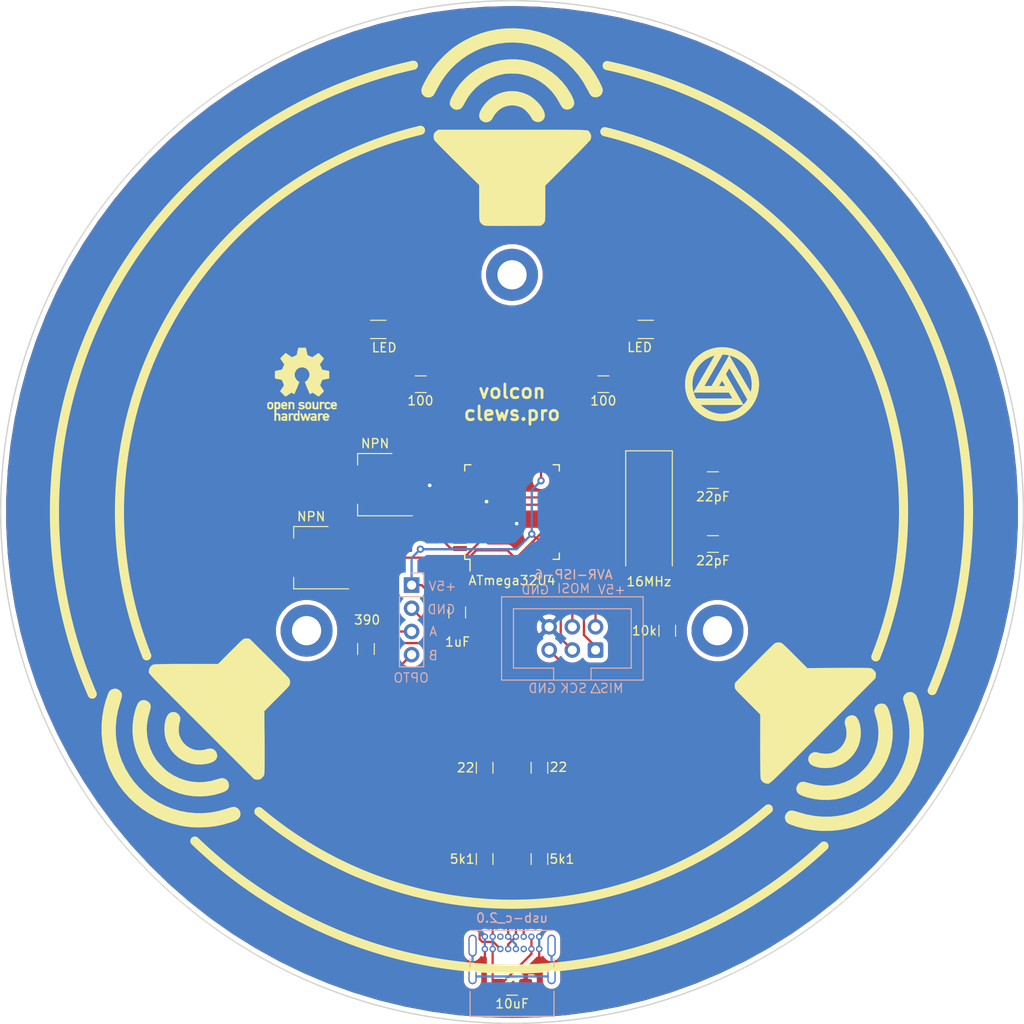
<source format=kicad_pcb>
(kicad_pcb (version 20171130) (host pcbnew 5.1.6+dfsg1-1)
  (layers (0 F.Cu signal) (31 B.Cu signal) (34 B.Paste user) (35 F.Paste user) (36 B.SilkS user) (37 F.SilkS user) (38 B.Mask user) (39 F.Mask user) (44 Edge.Cuts user))
  (net 0 "")
  (net 1 GND)
  (net 2 "Net-(C1-Pad1)")
  (net 3 "Net-(C2-Pad1)")
  (net 4 "Net-(C3-Pad1)")
  (net 5 +5V)
  (net 6 "Net-(D1-Pad2)")
  (net 7 A)
  (net 8 B)
  (net 9 "Net-(D2-Pad2)")
  (net 10 "Net-(J1-PadA5)")
  (net 11 "Net-(J1-PadA6)")
  (net 12 "Net-(J1-PadA7)")
  (net 13 "Net-(J1-PadA8)")
  (net 14 "Net-(J1-PadB8)")
  (net 15 "Net-(J1-PadB5)")
  (net 16 "Net-(J1-PadS1)")
  (net 17 MISO)
  (net 18 SCK)
  (net 19 !RESET)
  (net 20 MOSI)
  (net 21 "Net-(J3-Pad2)")
  (net 22 "Net-(J3-Pad3)")
  (net 23 "Net-(J3-Pad4)")
  (net 24 D-)
  (net 25 D+)
  (net 26 "Net-(U1-Pad1)")
  (net 27 "Net-(U1-Pad8)")
  (net 28 "Net-(U1-Pad12)")
  (net 29 "Net-(U1-Pad20)")
  (net 30 "Net-(U1-Pad21)")
  (net 31 "Net-(U1-Pad22)")
  (net 32 "Net-(U1-Pad25)")
  (net 33 "Net-(U1-Pad26)")
  (net 34 "Net-(U1-Pad27)")
  (net 35 "Net-(U1-Pad28)")
  (net 36 "Net-(U1-Pad29)")
  (net 37 "Net-(U1-Pad30)")
  (net 38 "Net-(U1-Pad31)")
  (net 39 "Net-(U1-Pad32)")
  (net 40 "Net-(U1-Pad33)")
  (net 41 "Net-(U1-Pad36)")
  (net 42 "Net-(U1-Pad37)")
  (net 43 "Net-(U1-Pad38)")
  (net 44 "Net-(U1-Pad39)")
  (net 45 "Net-(U1-Pad40)")
  (net 46 "Net-(U1-Pad41)")
  (net 47 "Net-(U1-Pad42)")
  (module volcon:volume (layer F.Cu) (at 0 -42.164 90)
    (fp_text reference G*** hide)
    (fp_text value LOGO hide)
  )
  (module volcon:volume (layer F.Cu) (at 34.29 24.13 315)
    (fp_text reference G*** hide)
    (fp_text value LOGO hide)
  )
  (module volcon:volume (layer F.Cu) (at -34.163 23.749 225)
    (fp_text reference G*** hide)
    (fp_text value LOGO hide)
  )
  (module volcon:osha_logo_8mm (layer F.Cu) (at -23 -14)
    (fp_text reference G*** hide)
    (fp_text value LOGO hide)
  )
  (module volcon:clewsy_logo_8mm (layer F.Cu) (at 23 -14)
    (fp_text reference G*** hide)
    (fp_text value LOGO hide)
  )
  (module MountingHole:MountingHole_3.2mm_M3_ISO7380_Pad (layer F.Cu) (at 22.5 12.99)
    (fp_text reference REF** hide)
    (fp_text value MountingHole_3.2mm_M3_ISO7380_Pad hide)
    (pad 1 thru_hole circle (at 0 0) (size 5.7 5.7) (drill 3.2) (layers *.Cu *.Mask))
  )
  (module MountingHole:MountingHole_3.2mm_M3_ISO7380_Pad (layer F.Cu) (at -22.5 12.99)
    (fp_text reference REF** hide)
    (fp_text value MountingHole_3.2mm_M3_ISO7380_Pad hide)
    (pad 1 thru_hole circle (at 0 0) (size 5.7 5.7) (drill 3.2) (layers *.Cu *.Mask))
  )
  (module MountingHole:MountingHole_3.2mm_M3_ISO7380_Pad (layer F.Cu) (at 0 -25.98)
    (fp_text reference REF** hide)
    (fp_text value MountingHole_3.2mm_M3_ISO7380_Pad hide)
    (pad 1 thru_hole circle (at 0 0) (size 5.7 5.7) (drill 3.2) (layers *.Cu *.Mask))
  )
  (module Capacitor_SMD:C_1206_3216Metric_Pad1.42x1.75mm_HandSolder (layer F.Cu) (at 22 -3.5)
    (fp_text reference C1 hide)
    (fp_text value 22pF (at 0 1.82) (layer F.SilkS))
    (pad 2 smd roundrect (at 1.4875 0) (size 1.425 1.75) (layers F.Cu F.Paste F.Mask) (roundrect_rratio 0.175439) (net 1 GND))
    (pad 1 smd roundrect (at -1.4875 0) (size 1.425 1.75) (layers F.Cu F.Paste F.Mask) (roundrect_rratio 0.175439) (net 2 "Net-(C1-Pad1)"))
  )
  (module Capacitor_SMD:C_1206_3216Metric_Pad1.42x1.75mm_HandSolder (layer F.Cu) (at 22 3.5)
    (fp_text reference C2 hide)
    (fp_text value 22pF (at 0 1.82) (layer F.SilkS))
    (pad 1 smd roundrect (at -1.4875 0) (size 1.425 1.75) (layers F.Cu F.Paste F.Mask) (roundrect_rratio 0.175439) (net 3 "Net-(C2-Pad1)"))
    (pad 2 smd roundrect (at 1.4875 0) (size 1.425 1.75) (layers F.Cu F.Paste F.Mask) (roundrect_rratio 0.175439) (net 1 GND))
  )
  (module Capacitor_SMD:C_1206_3216Metric_Pad1.42x1.75mm_HandSolder (layer F.Cu) (at -6 11 270)
    (fp_text reference C3 hide)
    (fp_text value 1uF (at 3.224 -0.031 180) (layer F.SilkS))
    (pad 2 smd roundrect (at 1.4875 0 270) (size 1.425 1.75) (layers F.Cu F.Paste F.Mask) (roundrect_rratio 0.175439) (net 1 GND))
    (pad 1 smd roundrect (at -1.4875 0 270) (size 1.425 1.75) (layers F.Cu F.Paste F.Mask) (roundrect_rratio 0.175439) (net 4 "Net-(C3-Pad1)"))
  )
  (module Capacitor_SMD:C_1206_3216Metric_Pad1.42x1.75mm_HandSolder (layer F.Cu) (at 0 52 180)
    (fp_text reference C4 hide)
    (fp_text value 10uF (at 0 -1.848) (layer F.SilkS))
    (pad 1 smd roundrect (at -1.4875 0 180) (size 1.425 1.75) (layers F.Cu F.Paste F.Mask) (roundrect_rratio 0.175439) (net 1 GND))
    (pad 2 smd roundrect (at 1.4875 0 180) (size 1.425 1.75) (layers F.Cu F.Paste F.Mask) (roundrect_rratio 0.175439) (net 5 +5V))
  )
  (module LED_SMD:LED_Cree-XQ_HandSoldering (layer F.Cu) (at 14 -20 180)
    (fp_text reference D1 hide)
    (fp_text value LED (at 0.03 -1.966) (layer F.SilkS))
    (pad 2 smd rect (at 0.88 0 180) (size 1.25 1.6) (layers F.Cu F.Paste F.Mask) (net 6 "Net-(D1-Pad2)"))
    (pad 1 smd rect (at -0.88 0 180) (size 1.25 1.6) (layers F.Cu F.Paste F.Mask) (net 7 A))
  )
  (module LED_SMD:LED_Cree-XQ_HandSoldering (layer F.Cu) (at -14 -20)
    (fp_text reference D2 hide)
    (fp_text value LED (at 0 2) (layer F.SilkS))
    (pad 1 smd rect (at -0.88 0) (size 1.25 1.6) (layers F.Cu F.Paste F.Mask) (net 8 B))
    (pad 2 smd rect (at 0.88 0) (size 1.25 1.6) (layers F.Cu F.Paste F.Mask) (net 9 "Net-(D2-Pad2)"))
  )
  (module Connector_USB:USB_C_Receptacle_GCT_USB4085 (layer B.Cu) (at 2.975 46.5 180)
    (fp_text reference J1 hide)
    (fp_text value usb-c_2.0 (at 2.975 2.05) (layer B.SilkS) (effects (justify mirror)))
    (pad A1 thru_hole circle (at 0 0 180) (size 0.7 0.7) (drill 0.4) (layers *.Cu *.Mask) (net 1 GND))
    (pad A4 thru_hole circle (at 0.85 0 180) (size 0.7 0.7) (drill 0.4) (layers *.Cu *.Mask) (net 5 +5V))
    (pad A5 thru_hole circle (at 1.7 0 180) (size 0.7 0.7) (drill 0.4) (layers *.Cu *.Mask) (net 10 "Net-(J1-PadA5)"))
    (pad A6 thru_hole circle (at 2.55 0 180) (size 0.7 0.7) (drill 0.4) (layers *.Cu *.Mask) (net 11 "Net-(J1-PadA6)"))
    (pad A7 thru_hole circle (at 3.4 0 180) (size 0.7 0.7) (drill 0.4) (layers *.Cu *.Mask) (net 12 "Net-(J1-PadA7)"))
    (pad A8 thru_hole circle (at 4.25 0 180) (size 0.7 0.7) (drill 0.4) (layers *.Cu *.Mask) (net 13 "Net-(J1-PadA8)"))
    (pad A9 thru_hole circle (at 5.1 0 180) (size 0.7 0.7) (drill 0.4) (layers *.Cu *.Mask) (net 5 +5V))
    (pad A12 thru_hole circle (at 5.95 0 180) (size 0.7 0.7) (drill 0.4) (layers *.Cu *.Mask) (net 1 GND))
    (pad B9 thru_hole circle (at 0.85 -1.35 180) (size 0.7 0.7) (drill 0.4) (layers *.Cu *.Mask) (net 5 +5V))
    (pad B7 thru_hole circle (at 2.55 -1.35 180) (size 0.7 0.7) (drill 0.4) (layers *.Cu *.Mask) (net 12 "Net-(J1-PadA7)"))
    (pad B8 thru_hole circle (at 1.7 -1.35 180) (size 0.7 0.7) (drill 0.4) (layers *.Cu *.Mask) (net 14 "Net-(J1-PadB8)"))
    (pad B12 thru_hole circle (at 0 -1.35 180) (size 0.7 0.7) (drill 0.4) (layers *.Cu *.Mask) (net 1 GND))
    (pad B5 thru_hole circle (at 4.25 -1.35 180) (size 0.7 0.7) (drill 0.4) (layers *.Cu *.Mask) (net 15 "Net-(J1-PadB5)"))
    (pad B4 thru_hole circle (at 5.1 -1.35 180) (size 0.7 0.7) (drill 0.4) (layers *.Cu *.Mask) (net 5 +5V))
    (pad B1 thru_hole circle (at 5.95 -1.35 180) (size 0.7 0.7) (drill 0.4) (layers *.Cu *.Mask) (net 1 GND))
    (pad B6 thru_hole circle (at 3.4 -1.35 180) (size 0.7 0.7) (drill 0.4) (layers *.Cu *.Mask) (net 11 "Net-(J1-PadA6)"))
    (pad S1 thru_hole oval (at -1.35 -0.98 180) (size 0.9 2.4) (drill oval 0.6 2.1) (layers *.Cu *.Mask) (net 16 "Net-(J1-PadS1)"))
    (pad S1 thru_hole oval (at 7.3 -0.98 180) (size 0.9 2.4) (drill oval 0.6 2.1) (layers *.Cu *.Mask) (net 16 "Net-(J1-PadS1)"))
    (pad S1 thru_hole oval (at -1.35 -4.36 180) (size 0.9 1.7) (drill oval 0.6 1.4) (layers *.Cu *.Mask) (net 16 "Net-(J1-PadS1)"))
    (pad S1 thru_hole oval (at 7.3 -4.36 180) (size 0.9 1.7) (drill oval 0.6 1.4) (layers *.Cu *.Mask) (net 16 "Net-(J1-PadS1)"))
  )
  (module Connector_IDC:IDC-Header_2x03_P2.54mm_Vertical (layer B.Cu) (at 9.144 15.113 90)
    (fp_text reference J2 hide)
    (fp_text value AVR-ISP-6 (at 8.255 -2.413 180) (layer B.SilkS) (effects (justify mirror)))
    (pad 1 thru_hole roundrect (at 0 0 90) (size 1.7 1.7) (drill 1) (layers *.Cu *.Mask) (roundrect_rratio 0.147059) (net 17 MISO))
    (pad 3 thru_hole circle (at 0 -2.54 90) (size 1.7 1.7) (drill 1) (layers *.Cu *.Mask) (net 18 SCK))
    (pad 5 thru_hole circle (at 0 -5.08 90) (size 1.7 1.7) (drill 1) (layers *.Cu *.Mask) (net 19 !RESET))
    (pad 2 thru_hole circle (at 2.54 0 90) (size 1.7 1.7) (drill 1) (layers *.Cu *.Mask) (net 5 +5V))
    (pad 4 thru_hole circle (at 2.54 -2.54 90) (size 1.7 1.7) (drill 1) (layers *.Cu *.Mask) (net 20 MOSI))
    (pad 6 thru_hole circle (at 2.54 -5.08 90) (size 1.7 1.7) (drill 1) (layers *.Cu *.Mask) (net 1 GND))
  )
  (module Connector_PinHeader_2.54mm:PinHeader_1x04_P2.54mm_Vertical (layer B.Cu) (at -11 8 180)
    (fp_text reference J3 hide)
    (fp_text value 4-Pin hide)
    (pad 1 thru_hole rect (at 0 0 180) (size 1.7 1.7) (drill 1) (layers *.Cu *.Mask) (net 5 +5V))
    (pad 2 thru_hole oval (at 0 -2.54 180) (size 1.7 1.7) (drill 1) (layers *.Cu *.Mask) (net 21 "Net-(J3-Pad2)"))
    (pad 3 thru_hole oval (at 0 -5.08 180) (size 1.7 1.7) (drill 1) (layers *.Cu *.Mask) (net 22 "Net-(J3-Pad3)"))
    (pad 4 thru_hole oval (at 0 -7.62 180) (size 1.7 1.7) (drill 1) (layers *.Cu *.Mask) (net 23 "Net-(J3-Pad4)"))
  )
  (module Package_TO_SOT_SMD:SOT-223-3_TabPin2 (layer F.Cu) (at -22 5 180)
    (fp_text reference Q1 hide)
    (fp_text value NPN (at 0 4.5) (layer F.SilkS))
    (pad 2 smd rect (at 3.15 0 180) (size 2 3.8) (layers F.Cu F.Paste F.Mask) (net 7 A))
    (pad 2 smd rect (at -3.15 0 180) (size 2 1.5) (layers F.Cu F.Paste F.Mask) (net 7 A))
    (pad 3 smd rect (at -3.15 2.3 180) (size 2 1.5) (layers F.Cu F.Paste F.Mask) (net 1 GND))
    (pad 1 smd rect (at -3.15 -2.3 180) (size 2 1.5) (layers F.Cu F.Paste F.Mask) (net 22 "Net-(J3-Pad3)"))
  )
  (module Package_TO_SOT_SMD:SOT-223-3_TabPin2 (layer F.Cu) (at -15 -3 180)
    (fp_text reference Q2 hide)
    (fp_text value NPN (at 0 4.5) (layer F.SilkS))
    (pad 1 smd rect (at -3.15 -2.3 180) (size 2 1.5) (layers F.Cu F.Paste F.Mask) (net 23 "Net-(J3-Pad4)"))
    (pad 3 smd rect (at -3.15 2.3 180) (size 2 1.5) (layers F.Cu F.Paste F.Mask) (net 1 GND))
    (pad 2 smd rect (at -3.15 0 180) (size 2 1.5) (layers F.Cu F.Paste F.Mask) (net 8 B))
    (pad 2 smd rect (at 3.15 0 180) (size 2 3.8) (layers F.Cu F.Paste F.Mask) (net 8 B))
  )
  (module Resistor_SMD:R_1206_3216Metric_Pad1.42x1.75mm_HandSolder (layer F.Cu) (at 17 13 270)
    (fp_text reference R01 hide)
    (fp_text value 10k (at 0 2.506 180) (layer F.SilkS))
    (pad 2 smd roundrect (at 1.4875 0 270) (size 1.425 1.75) (layers F.Cu F.Paste F.Mask) (roundrect_rratio 0.175439) (net 19 !RESET))
    (pad 1 smd roundrect (at -1.4875 0 270) (size 1.425 1.75) (layers F.Cu F.Paste F.Mask) (roundrect_rratio 0.175439) (net 5 +5V))
  )
  (module Resistor_SMD:R_1206_3216Metric_Pad1.42x1.75mm_HandSolder (layer F.Cu) (at 3 38 270)
    (fp_text reference R02 hide)
    (fp_text value 5k1 (at 0 -2.461 180) (layer F.SilkS))
    (pad 1 smd roundrect (at -1.4875 0 270) (size 1.425 1.75) (layers F.Cu F.Paste F.Mask) (roundrect_rratio 0.175439) (net 1 GND))
    (pad 2 smd roundrect (at 1.4875 0 270) (size 1.425 1.75) (layers F.Cu F.Paste F.Mask) (roundrect_rratio 0.175439) (net 10 "Net-(J1-PadA5)"))
  )
  (module Resistor_SMD:R_1206_3216Metric_Pad1.42x1.75mm_HandSolder (layer F.Cu) (at -3 38 270)
    (fp_text reference R03 hide)
    (fp_text value 5k1 (at 0 2.461 180) (layer F.SilkS))
    (pad 2 smd roundrect (at 1.4875 0 270) (size 1.425 1.75) (layers F.Cu F.Paste F.Mask) (roundrect_rratio 0.175439) (net 15 "Net-(J1-PadB5)"))
    (pad 1 smd roundrect (at -1.4875 0 270) (size 1.425 1.75) (layers F.Cu F.Paste F.Mask) (roundrect_rratio 0.175439) (net 1 GND))
  )
  (module Resistor_SMD:R_1206_3216Metric_Pad1.42x1.75mm_HandSolder (layer F.Cu) (at -3 28 270)
    (fp_text reference R04 hide)
    (fp_text value 22 (at 0 2.08 180) (layer F.SilkS))
    (pad 1 smd roundrect (at -1.4875 0 270) (size 1.425 1.75) (layers F.Cu F.Paste F.Mask) (roundrect_rratio 0.175439) (net 24 D-))
    (pad 2 smd roundrect (at 1.4875 0 270) (size 1.425 1.75) (layers F.Cu F.Paste F.Mask) (roundrect_rratio 0.175439) (net 12 "Net-(J1-PadA7)"))
  )
  (module Resistor_SMD:R_1206_3216Metric_Pad1.42x1.75mm_HandSolder (layer F.Cu) (at 3 28 270)
    (fp_text reference R05 hide)
    (fp_text value 22 (at -0.06 -2.08 180) (layer F.SilkS))
    (pad 1 smd roundrect (at -1.4875 0 270) (size 1.425 1.75) (layers F.Cu F.Paste F.Mask) (roundrect_rratio 0.175439) (net 25 D+))
    (pad 2 smd roundrect (at 1.4875 0 270) (size 1.425 1.75) (layers F.Cu F.Paste F.Mask) (roundrect_rratio 0.175439) (net 11 "Net-(J1-PadA6)"))
  )
  (module Resistor_SMD:R_1206_3216Metric_Pad1.42x1.75mm_HandSolder (layer F.Cu) (at -16 15 270)
    (fp_text reference R06 hide)
    (fp_text value 390 (at -3.189 -0.125 180) (layer F.SilkS))
    (pad 2 smd roundrect (at 1.4875 0 270) (size 1.425 1.75) (layers F.Cu F.Paste F.Mask) (roundrect_rratio 0.175439) (net 1 GND))
    (pad 1 smd roundrect (at -1.4875 0 270) (size 1.425 1.75) (layers F.Cu F.Paste F.Mask) (roundrect_rratio 0.175439) (net 21 "Net-(J3-Pad2)"))
  )
  (module Resistor_SMD:R_1206_3216Metric_Pad1.42x1.75mm_HandSolder (layer F.Cu) (at 10 -14)
    (fp_text reference R07 hide)
    (fp_text value 100 (at 0 1.82) (layer F.SilkS))
    (pad 1 smd roundrect (at -1.4875 0) (size 1.425 1.75) (layers F.Cu F.Paste F.Mask) (roundrect_rratio 0.175439) (net 5 +5V))
    (pad 2 smd roundrect (at 1.4875 0) (size 1.425 1.75) (layers F.Cu F.Paste F.Mask) (roundrect_rratio 0.175439) (net 6 "Net-(D1-Pad2)"))
  )
  (module Resistor_SMD:R_1206_3216Metric_Pad1.42x1.75mm_HandSolder (layer F.Cu) (at -10 -14 180)
    (fp_text reference R08 hide)
    (fp_text value 100 (at 0.033 -1.808) (layer F.SilkS))
    (pad 2 smd roundrect (at 1.4875 0 180) (size 1.425 1.75) (layers F.Cu F.Paste F.Mask) (roundrect_rratio 0.175439) (net 9 "Net-(D2-Pad2)"))
    (pad 1 smd roundrect (at -1.4875 0 180) (size 1.425 1.75) (layers F.Cu F.Paste F.Mask) (roundrect_rratio 0.175439) (net 5 +5V))
  )
  (module Package_QFP:TQFP-44_10x10mm_P0.8mm (layer F.Cu) (at 0 0 90)
    (fp_text reference U1 hide)
    (fp_text value ATmega32U4 (at -7.493 0 180) (layer F.SilkS))
    (pad 1 smd rect (at -5.7 -4 90) (size 1.5 0.55) (layers F.Cu F.Paste F.Mask) (net 26 "Net-(U1-Pad1)"))
    (pad 2 smd rect (at -5.7 -3.2 90) (size 1.5 0.55) (layers F.Cu F.Paste F.Mask) (net 5 +5V))
    (pad 3 smd rect (at -5.7 -2.4 90) (size 1.5 0.55) (layers F.Cu F.Paste F.Mask) (net 24 D-))
    (pad 4 smd rect (at -5.7 -1.6 90) (size 1.5 0.55) (layers F.Cu F.Paste F.Mask) (net 25 D+))
    (pad 5 smd rect (at -5.7 -0.8 90) (size 1.5 0.55) (layers F.Cu F.Paste F.Mask) (net 1 GND))
    (pad 6 smd rect (at -5.7 0 90) (size 1.5 0.55) (layers F.Cu F.Paste F.Mask) (net 4 "Net-(C3-Pad1)"))
    (pad 7 smd rect (at -5.7 0.8 90) (size 1.5 0.55) (layers F.Cu F.Paste F.Mask) (net 5 +5V))
    (pad 8 smd rect (at -5.7 1.6 90) (size 1.5 0.55) (layers F.Cu F.Paste F.Mask) (net 27 "Net-(U1-Pad8)"))
    (pad 9 smd rect (at -5.7 2.4 90) (size 1.5 0.55) (layers F.Cu F.Paste F.Mask) (net 18 SCK))
    (pad 10 smd rect (at -5.7 3.2 90) (size 1.5 0.55) (layers F.Cu F.Paste F.Mask) (net 20 MOSI))
    (pad 11 smd rect (at -5.7 4 90) (size 1.5 0.55) (layers F.Cu F.Paste F.Mask) (net 17 MISO))
    (pad 12 smd rect (at -4 5.7 180) (size 1.5 0.55) (layers F.Cu F.Paste F.Mask) (net 28 "Net-(U1-Pad12)"))
    (pad 13 smd rect (at -3.2 5.7 180) (size 1.5 0.55) (layers F.Cu F.Paste F.Mask) (net 19 !RESET))
    (pad 14 smd rect (at -2.4 5.7 180) (size 1.5 0.55) (layers F.Cu F.Paste F.Mask) (net 5 +5V))
    (pad 15 smd rect (at -1.6 5.7 180) (size 1.5 0.55) (layers F.Cu F.Paste F.Mask) (net 1 GND))
    (pad 16 smd rect (at -0.8 5.7 180) (size 1.5 0.55) (layers F.Cu F.Paste F.Mask) (net 3 "Net-(C2-Pad1)"))
    (pad 17 smd rect (at 0 5.7 180) (size 1.5 0.55) (layers F.Cu F.Paste F.Mask) (net 2 "Net-(C1-Pad1)"))
    (pad 18 smd rect (at 0.8 5.7 180) (size 1.5 0.55) (layers F.Cu F.Paste F.Mask) (net 7 A))
    (pad 19 smd rect (at 1.6 5.7 180) (size 1.5 0.55) (layers F.Cu F.Paste F.Mask) (net 8 B))
    (pad 20 smd rect (at 2.4 5.7 180) (size 1.5 0.55) (layers F.Cu F.Paste F.Mask) (net 29 "Net-(U1-Pad20)"))
    (pad 21 smd rect (at 3.2 5.7 180) (size 1.5 0.55) (layers F.Cu F.Paste F.Mask) (net 30 "Net-(U1-Pad21)"))
    (pad 22 smd rect (at 4 5.7 180) (size 1.5 0.55) (layers F.Cu F.Paste F.Mask) (net 31 "Net-(U1-Pad22)"))
    (pad 23 smd rect (at 5.7 4 90) (size 1.5 0.55) (layers F.Cu F.Paste F.Mask) (net 1 GND))
    (pad 24 smd rect (at 5.7 3.2 90) (size 1.5 0.55) (layers F.Cu F.Paste F.Mask) (net 5 +5V))
    (pad 25 smd rect (at 5.7 2.4 90) (size 1.5 0.55) (layers F.Cu F.Paste F.Mask) (net 32 "Net-(U1-Pad25)"))
    (pad 26 smd rect (at 5.7 1.6 90) (size 1.5 0.55) (layers F.Cu F.Paste F.Mask) (net 33 "Net-(U1-Pad26)"))
    (pad 27 smd rect (at 5.7 0.8 90) (size 1.5 0.55) (layers F.Cu F.Paste F.Mask) (net 34 "Net-(U1-Pad27)"))
    (pad 28 smd rect (at 5.7 0 90) (size 1.5 0.55) (layers F.Cu F.Paste F.Mask) (net 35 "Net-(U1-Pad28)"))
    (pad 29 smd rect (at 5.7 -0.8 90) (size 1.5 0.55) (layers F.Cu F.Paste F.Mask) (net 36 "Net-(U1-Pad29)"))
    (pad 30 smd rect (at 5.7 -1.6 90) (size 1.5 0.55) (layers F.Cu F.Paste F.Mask) (net 37 "Net-(U1-Pad30)"))
    (pad 31 smd rect (at 5.7 -2.4 90) (size 1.5 0.55) (layers F.Cu F.Paste F.Mask) (net 38 "Net-(U1-Pad31)"))
    (pad 32 smd rect (at 5.7 -3.2 90) (size 1.5 0.55) (layers F.Cu F.Paste F.Mask) (net 39 "Net-(U1-Pad32)"))
    (pad 33 smd rect (at 5.7 -4 90) (size 1.5 0.55) (layers F.Cu F.Paste F.Mask) (net 40 "Net-(U1-Pad33)"))
    (pad 34 smd rect (at 4 -5.7 180) (size 1.5 0.55) (layers F.Cu F.Paste F.Mask) (net 5 +5V))
    (pad 35 smd rect (at 3.2 -5.7 180) (size 1.5 0.55) (layers F.Cu F.Paste F.Mask) (net 1 GND))
    (pad 36 smd rect (at 2.4 -5.7 180) (size 1.5 0.55) (layers F.Cu F.Paste F.Mask) (net 41 "Net-(U1-Pad36)"))
    (pad 37 smd rect (at 1.6 -5.7 180) (size 1.5 0.55) (layers F.Cu F.Paste F.Mask) (net 42 "Net-(U1-Pad37)"))
    (pad 38 smd rect (at 0.8 -5.7 180) (size 1.5 0.55) (layers F.Cu F.Paste F.Mask) (net 43 "Net-(U1-Pad38)"))
    (pad 39 smd rect (at 0 -5.7 180) (size 1.5 0.55) (layers F.Cu F.Paste F.Mask) (net 44 "Net-(U1-Pad39)"))
    (pad 40 smd rect (at -0.8 -5.7 180) (size 1.5 0.55) (layers F.Cu F.Paste F.Mask) (net 45 "Net-(U1-Pad40)"))
    (pad 41 smd rect (at -1.6 -5.7 180) (size 1.5 0.55) (layers F.Cu F.Paste F.Mask) (net 46 "Net-(U1-Pad41)"))
    (pad 42 smd rect (at -2.4 -5.7 180) (size 1.5 0.55) (layers F.Cu F.Paste F.Mask) (net 47 "Net-(U1-Pad42)"))
    (pad 43 smd rect (at -3.2 -5.7 180) (size 1.5 0.55) (layers F.Cu F.Paste F.Mask) (net 1 GND))
    (pad 44 smd rect (at -4 -5.7 180) (size 1.5 0.55) (layers F.Cu F.Paste F.Mask) (net 5 +5V))
  )
  (module Crystal:Crystal_SMD_HC49-SD (layer F.Cu) (at 15 0 270)
    (fp_text reference Y1 hide)
    (fp_text value 16MHz (at 7.62 0.014 180) (layer F.SilkS))
    (pad 1 smd rect (at -4.25 0 270) (size 4.5 2) (layers F.Cu F.Paste F.Mask) (net 2 "Net-(C1-Pad1)"))
    (pad 2 smd rect (at 4.25 0 270) (size 4.5 2) (layers F.Cu F.Paste F.Mask) (net 3 "Net-(C2-Pad1)"))
  )
  (gr_arc (start 0 0) (end 34.163 36.576) (angle 87) (layer F.SilkS) (width 1))
  (gr_arc (start 0 0) (end -45.974 19.939) (angle 101) (layer F.SilkS) (width 1))
  (gr_arc (start 0 0) (end 10.414 -48.895) (angle 101) (layer F.SilkS) (width 1))
  (gr_arc (start 0 0) (end -40.005 15.748) (angle 98) (layer F.SilkS) (width 1))
  (gr_arc (start 0 0) (end 10.16 -41.656) (angle 98) (layer F.SilkS) (width 1))
  (gr_arc (start 0 0) (end 28.067 32.512) (angle 81) (layer F.SilkS) (width 1))
  (gr_text "volcon\nclews.pro" (at 0 -12) (layer F.SilkS) (effects (font (size 1.5 1.5) (thickness 0.3))))
  (gr_text MIS (at 10.922 19.304) (layer B.SilkS) (effects (font (size 1 1) (thickness 0.125)) (justify mirror)))
  (gr_text SCK (at 6.731 19.304) (layer B.SilkS) (effects (font (size 1 1) (thickness 0.125)) (justify mirror)))
  (gr_text GND (at 3.302 19.304) (layer B.SilkS) (effects (font (size 1 1) (thickness 0.125)) (justify mirror)))
  (gr_text +5V (at 10.922 8.509) (layer B.SilkS) (effects (font (size 1 1) (thickness 0.125)) (justify mirror)))
  (gr_text MOSI (at 6.731 8.382) (layer B.SilkS) (effects (font (size 1 1) (thickness 0.125)) (justify mirror)))
  (gr_text GND (at 2.54 8.509) (layer B.SilkS) (effects (font (size 1 1) (thickness 0.125)) (justify mirror)))
  (gr_text "B\n\n" (at -8.636 16.51) (layer B.SilkS) (effects (font (size 1 1) (thickness 0.125)) (justify mirror)))
  (gr_text A (at -8.636 13.081) (layer B.SilkS) (effects (font (size 1 1) (thickness 0.125)) (justify mirror)))
  (gr_text +5V (at -7.62 8.128) (layer B.SilkS) (effects (font (size 1 1) (thickness 0.125)) (justify mirror)))
  (gr_text GND (at -7.747 10.668) (layer B.SilkS) (effects (font (size 1 1) (thickness 0.125)) (justify mirror)))
  (gr_text OPTO (at -11.049 18.161) (layer B.SilkS) (effects (font (size 1 1) (thickness 0.125)) (justify mirror)))
  (gr_circle (center 0 0) (end 56 0) (layer Edge.Cuts) (width 0.15))
  (segment (start -0.8 7.709) (end 4.064 12.573) (width 0.25) (layer F.Cu) (net 1))
  (segment (start -0.8 5.7) (end -0.8 7.709) (width 0.25) (layer F.Cu) (net 1))
  (segment (start -4.7 3.2) (end -3.556 2.056) (width 0.25) (layer F.Cu) (net 1))
  (segment (start -5.7 3.2) (end -4.7 3.2) (width 0.25) (layer F.Cu) (net 1))
  (segment (start -4.7 -3.2) (end -5.7 -3.2) (width 0.25) (layer F.Cu) (net 1))
  (segment (start -3.556 -2.056) (end -4.7 -3.2) (width 0.25) (layer F.Cu) (net 1))
  (segment (start -3.556 2.056) (end -3.556 -2.056) (width 0.25) (layer F.Cu) (net 1))
  (via (at 0.508 1.27) (size 0.8) (drill 0.4) (layers F.Cu B.Cu) (net 1))
  (segment (start 0.838 1.6) (end 0.508 1.27) (width 0.25) (layer F.Cu) (net 1))
  (segment (start 5.7 1.6) (end 0.838 1.6) (width 0.25) (layer F.Cu) (net 1))
  (via (at -2.794 -1.143) (size 0.8) (drill 0.4) (layers F.Cu B.Cu) (net 1))
  (via (at -9.017 -2.921) (size 0.8) (drill 0.4) (layers F.Cu B.Cu) (net 1))
  (segment (start -2.975 47.85) (end -2.975 46.5) (width 0.25) (layer B.Cu) (net 1))
  (segment (start 2.975 47.85) (end 2.975 46.5) (width 0.25) (layer B.Cu) (net 1))
  (segment (start 2.975 47.85) (end 2.975 48.968) (width 0.25) (layer F.Cu) (net 1))
  (segment (start 1.4875 50.4555) (end 1.4875 52) (width 0.25) (layer F.Cu) (net 1))
  (segment (start 2.975 48.968) (end 1.4875 50.4555) (width 0.25) (layer F.Cu) (net 1))
  (segment (start -2.975 47.85) (end -2.975 48.695) (width 0.25) (layer F.Cu) (net 1))
  (segment (start -2.975 48.695) (end -3.302 49.022) (width 0.25) (layer F.Cu) (net 1))
  (segment (start 5.7 0) (end 11.557 0) (width 0.25) (layer F.Cu) (net 2))
  (segment (start 15 -3.443) (end 15 -4.25) (width 0.25) (layer F.Cu) (net 2))
  (segment (start 11.557 0) (end 15 -3.443) (width 0.25) (layer F.Cu) (net 2))
  (segment (start 19.7625 -4.25) (end 20.5125 -3.5) (width 0.25) (layer F.Cu) (net 2))
  (segment (start 15 -4.25) (end 19.7625 -4.25) (width 0.25) (layer F.Cu) (net 2))
  (segment (start 11.55 0.8) (end 15 4.25) (width 0.25) (layer F.Cu) (net 3))
  (segment (start 5.7 0.8) (end 11.55 0.8) (width 0.25) (layer F.Cu) (net 3))
  (segment (start 19.7625 4.25) (end 20.5125 3.5) (width 0.25) (layer F.Cu) (net 3))
  (segment (start 15 4.25) (end 19.7625 4.25) (width 0.25) (layer F.Cu) (net 3))
  (segment (start -6 6.269998) (end -3.921002 4.191) (width 0.25) (layer F.Cu) (net 4))
  (segment (start -6 9.5125) (end -6 6.269998) (width 0.25) (layer F.Cu) (net 4))
  (segment (start 0 4.7) (end 0 5.7) (width 0.25) (layer F.Cu) (net 4))
  (segment (start -0.509 4.191) (end 0 4.7) (width 0.25) (layer F.Cu) (net 4))
  (segment (start -3.921002 4.191) (end -0.509 4.191) (width 0.25) (layer F.Cu) (net 4))
  (segment (start 2.125 47.85) (end 2.125 46.5) (width 0.25) (layer F.Cu) (net 5))
  (segment (start -2.125 47.85) (end -2.125 46.5) (width 0.25) (layer B.Cu) (net 5))
  (segment (start 3.2 -8.6875) (end 8.5125 -14) (width 0.25) (layer F.Cu) (net 5))
  (segment (start 3.2 -5.7) (end 3.2 -8.6875) (width 0.25) (layer F.Cu) (net 5))
  (segment (start -2.1125 -14) (end 3.2 -8.6875) (width 0.25) (layer F.Cu) (net 5))
  (segment (start -8.5125 -14) (end -2.1125 -14) (width 0.25) (layer F.Cu) (net 5))
  (segment (start -6.330002 -4) (end -7.366 -2.964002) (width 0.25) (layer F.Cu) (net 5))
  (segment (start -5.7 -4) (end -6.330002 -4) (width 0.25) (layer F.Cu) (net 5))
  (segment (start -6.7 4) (end -5.7 4) (width 0.25) (layer F.Cu) (net 5))
  (segment (start -7.366 3.334) (end -6.7 4) (width 0.25) (layer F.Cu) (net 5))
  (segment (start -7.366 -2.964002) (end -7.366 3.334) (width 0.25) (layer F.Cu) (net 5))
  (segment (start 0.8 4.7) (end 0.8 5.7) (width 0.25) (layer F.Cu) (net 5))
  (segment (start 5.7 2.4) (end 3.1 2.4) (width 0.25) (layer F.Cu) (net 5))
  (segment (start 9.144 12.573) (end 9.144 9.271) (width 0.25) (layer F.Cu) (net 5))
  (segment (start 2.75 2.877) (end 2.623 2.877) (width 0.25) (layer F.Cu) (net 5))
  (segment (start 9.144 9.271) (end 2.75 2.877) (width 0.25) (layer F.Cu) (net 5))
  (segment (start 2.623 2.877) (end 0.8 4.7) (width 0.25) (layer F.Cu) (net 5))
  (segment (start 3.1 2.4) (end 2.623 2.877) (width 0.25) (layer F.Cu) (net 5))
  (segment (start -2.125 51.3625) (end -1.4875 52) (width 0.25) (layer F.Cu) (net 5))
  (segment (start -2.125 47.85) (end -2.125 51.3625) (width 0.25) (layer F.Cu) (net 5))
  (segment (start 2.125 48.3875) (end -1.4875 52) (width 0.25) (layer F.Cu) (net 5))
  (segment (start 2.125 47.85) (end 2.125 48.3875) (width 0.25) (layer F.Cu) (net 5))
  (segment (start -11 8) (end -9.9 8) (width 0.25) (layer F.Cu) (net 5))
  (segment (start -6.851 11.049) (end -4.953 11.049) (width 0.25) (layer F.Cu) (net 5))
  (segment (start -3.2 9.296) (end -3.2 5.7) (width 0.25) (layer F.Cu) (net 5))
  (segment (start -4.953 11.049) (end -3.2 9.296) (width 0.25) (layer F.Cu) (net 5))
  (segment (start -2.125 46.5) (end -2.125 44.035) (width 0.25) (layer F.Cu) (net 5))
  (segment (start -2.125 44.035) (end -1.143 43.053) (width 0.25) (layer F.Cu) (net 5))
  (segment (start -1.143 43.053) (end -1.143 34.544) (width 0.25) (layer F.Cu) (net 5))
  (segment (start -8.061 27.626) (end -8.061 9.839) (width 0.25) (layer F.Cu) (net 5))
  (segment (start -1.143 34.544) (end -8.061 27.626) (width 0.25) (layer F.Cu) (net 5))
  (segment (start -8.061 9.839) (end -6.851 11.049) (width 0.25) (layer F.Cu) (net 5))
  (segment (start -9.9 8) (end -8.061 9.839) (width 0.25) (layer F.Cu) (net 5))
  (via (at -10.033 4.064) (size 0.8) (drill 0.4) (layers F.Cu B.Cu) (net 5))
  (segment (start -11 5.031) (end -10.033 4.064) (width 0.25) (layer B.Cu) (net 5))
  (segment (start -11 8) (end -11 5.031) (width 0.25) (layer B.Cu) (net 5))
  (segment (start -5.764 4.064) (end -5.7 4) (width 0.25) (layer F.Cu) (net 5))
  (segment (start -10.033 4.064) (end -5.764 4.064) (width 0.25) (layer F.Cu) (net 5))
  (via (at 2.159 2.413) (size 0.8) (drill 0.4) (layers F.Cu B.Cu) (net 5))
  (segment (start 0.508 4.064) (end 2.159 2.413) (width 0.25) (layer B.Cu) (net 5))
  (segment (start -10.033 4.064) (end 0.508 4.064) (width 0.25) (layer B.Cu) (net 5))
  (segment (start 2.159 2.413) (end 2.623 2.877) (width 0.25) (layer F.Cu) (net 5))
  (via (at 3.175 -3.429) (size 0.8) (drill 0.4) (layers F.Cu B.Cu) (net 5))
  (segment (start 2.159 -2.413) (end 3.175 -3.429) (width 0.25) (layer B.Cu) (net 5))
  (segment (start 2.159 2.413) (end 2.159 -2.413) (width 0.25) (layer B.Cu) (net 5))
  (segment (start 3.175 -5.675) (end 3.2 -5.7) (width 0.25) (layer F.Cu) (net 5))
  (segment (start 3.175 -3.429) (end 3.175 -5.675) (width 0.25) (layer F.Cu) (net 5))
  (segment (start 17 11.5125) (end 16.8465 11.5125) (width 0.25) (layer F.Cu) (net 5))
  (segment (start 7.734 2.4) (end 5.7 2.4) (width 0.25) (layer F.Cu) (net 5))
  (segment (start 16.8465 11.5125) (end 7.734 2.4) (width 0.25) (layer F.Cu) (net 5))
  (segment (start 13.12 -15.6325) (end 11.4875 -14) (width 0.25) (layer F.Cu) (net 6))
  (segment (start 13.12 -20) (end 13.12 -15.6325) (width 0.25) (layer F.Cu) (net 6))
  (segment (start 14.88 -8.98) (end 14.88 -20) (width 0.25) (layer F.Cu) (net 7))
  (segment (start 6.7 -0.8) (end 14.88 -8.98) (width 0.25) (layer F.Cu) (net 7))
  (segment (start 5.7 -0.8) (end 6.7 -0.8) (width 0.25) (layer F.Cu) (net 7))
  (segment (start 0.530002 -0.8) (end 5.7 -0.8) (width 0.25) (layer F.Cu) (net 7))
  (segment (start -5.269998 5) (end 0.530002 -0.8) (width 0.25) (layer F.Cu) (net 7))
  (segment (start -18.85 5) (end -5.269998 5) (width 0.25) (layer F.Cu) (net 7))
  (segment (start -18.85 5) (end -25.15 5) (width 0.25) (layer F.Cu) (net 7))
  (segment (start -10.278 -4.572) (end -11.85 -3) (width 0.25) (layer F.Cu) (net 8))
  (segment (start 0.559 -1.6) (end -2.413 -4.572) (width 0.25) (layer F.Cu) (net 8))
  (segment (start 5.7 -1.6) (end 0.559 -1.6) (width 0.25) (layer F.Cu) (net 8))
  (segment (start -10.033 -4.572) (end -10.278 -4.572) (width 0.25) (layer F.Cu) (net 8))
  (segment (start -2.413 -4.572) (end -10.033 -4.572) (width 0.25) (layer F.Cu) (net 8))
  (segment (start -18.15 -3) (end -11.85 -3) (width 0.25) (layer F.Cu) (net 8))
  (segment (start -14.88 -20) (end -14.88 -11.578) (width 0.25) (layer F.Cu) (net 8))
  (segment (start -10.033 -6.731) (end -10.033 -4.572) (width 0.25) (layer F.Cu) (net 8))
  (segment (start -14.88 -11.578) (end -10.033 -6.731) (width 0.25) (layer F.Cu) (net 8))
  (segment (start -13.12 -15.6325) (end -11.4875 -14) (width 0.25) (layer F.Cu) (net 9))
  (segment (start -13.12 -20) (end -13.12 -15.6325) (width 0.25) (layer F.Cu) (net 9))
  (segment (start 1.275 41.2125) (end 3 39.4875) (width 0.25) (layer F.Cu) (net 10))
  (segment (start 1.275 46.5) (end 1.275 41.2125) (width 0.25) (layer F.Cu) (net 10))
  (segment (start -0.425 47.35) (end 0.425 46.5) (width 0.25) (layer F.Cu) (net 11))
  (segment (start -0.425 47.85) (end -0.425 47.35) (width 0.25) (layer F.Cu) (net 11))
  (segment (start 0.425 32.0625) (end 3 29.4875) (width 0.25) (layer F.Cu) (net 11))
  (segment (start 0.425 46.5) (end 0.425 32.0625) (width 0.25) (layer F.Cu) (net 11))
  (segment (start 0.425 47.35) (end -0.425 46.5) (width 0.25) (layer B.Cu) (net 12))
  (segment (start 0.425 47.85) (end 0.425 47.35) (width 0.25) (layer B.Cu) (net 12))
  (segment (start -0.425 32.0625) (end -3 29.4875) (width 0.25) (layer F.Cu) (net 12))
  (segment (start -0.425 46.5) (end -0.425 32.0625) (width 0.25) (layer F.Cu) (net 12))
  (segment (start -3.550001 46.776001) (end -3.550001 40.037501) (width 0.25) (layer F.Cu) (net 15))
  (segment (start -3.550001 40.037501) (end -3 39.4875) (width 0.25) (layer F.Cu) (net 15))
  (segment (start -3.251001 47.075001) (end -3.550001 46.776001) (width 0.25) (layer F.Cu) (net 15))
  (segment (start -2.049999 47.075001) (end -3.251001 47.075001) (width 0.25) (layer F.Cu) (net 15))
  (segment (start -1.275 47.85) (end -2.049999 47.075001) (width 0.25) (layer F.Cu) (net 15))
  (segment (start 4.325 50.86) (end 4.325 47.48) (width 0.25) (layer B.Cu) (net 16))
  (segment (start -4.325 50.86) (end -4.325 47.48) (width 0.25) (layer B.Cu) (net 16))
  (segment (start -4.325 50.86) (end 4.325 50.86) (width 0.25) (layer B.Cu) (net 16))
  (segment (start 9.144 15.113) (end 9.144 14.732) (width 0.25) (layer F.Cu) (net 17))
  (segment (start 9.144 14.732) (end 7.874 13.462) (width 0.25) (layer F.Cu) (net 17))
  (segment (start 7.874 9.574) (end 4 5.7) (width 0.25) (layer F.Cu) (net 17))
  (segment (start 7.874 13.462) (end 7.874 9.574) (width 0.25) (layer F.Cu) (net 17))
  (segment (start 6.604 15.113) (end 5.334 13.843) (width 0.25) (layer F.Cu) (net 18))
  (segment (start 5.334 9.634) (end 2.4 6.7) (width 0.25) (layer F.Cu) (net 18))
  (segment (start 2.4 6.7) (end 2.4 5.7) (width 0.25) (layer F.Cu) (net 18))
  (segment (start 5.334 13.843) (end 5.334 9.634) (width 0.25) (layer F.Cu) (net 18))
  (segment (start 4.064 15.113) (end 5.588 16.637) (width 0.25) (layer F.Cu) (net 19))
  (segment (start 10.922 7.422) (end 10.922 16.637) (width 0.25) (layer F.Cu) (net 19))
  (segment (start 6.7 3.2) (end 10.922 7.422) (width 0.25) (layer F.Cu) (net 19))
  (segment (start 5.7 3.2) (end 6.7 3.2) (width 0.25) (layer F.Cu) (net 19))
  (segment (start 5.588 16.637) (end 10.922 16.637) (width 0.25) (layer F.Cu) (net 19))
  (segment (start 13.0715 14.4875) (end 10.922 16.637) (width 0.25) (layer F.Cu) (net 19))
  (segment (start 17 14.4875) (end 13.0715 14.4875) (width 0.25) (layer F.Cu) (net 19))
  (segment (start 3.2 6.330002) (end 3.2 5.7) (width 0.25) (layer F.Cu) (net 20))
  (segment (start 6.604 9.734002) (end 3.2 6.330002) (width 0.25) (layer F.Cu) (net 20))
  (segment (start 6.604 12.573) (end 6.604 9.734002) (width 0.25) (layer F.Cu) (net 20))
  (segment (start -9.017 12.523) (end -11 10.54) (width 0.25) (layer F.Cu) (net 21))
  (segment (start -9.017 13.208) (end -9.017 12.523) (width 0.25) (layer F.Cu) (net 21))
  (segment (start -15.1615 14.351) (end -10.16 14.351) (width 0.25) (layer F.Cu) (net 21))
  (segment (start -10.16 14.351) (end -9.017 13.208) (width 0.25) (layer F.Cu) (net 21))
  (segment (start -16 13.5125) (end -15.1615 14.351) (width 0.25) (layer F.Cu) (net 21))
  (segment (start -13.07 13.08) (end -18.85 7.3) (width 0.25) (layer F.Cu) (net 22))
  (segment (start -11 13.08) (end -13.07 13.08) (width 0.25) (layer F.Cu) (net 22))
  (segment (start -11.85 -0.7) (end -26.605 -0.7) (width 0.25) (layer F.Cu) (net 23))
  (segment (start -26.605 -0.7) (end -28.956 1.651) (width 0.25) (layer F.Cu) (net 23))
  (segment (start -28.956 1.651) (end -28.956 13.589) (width 0.25) (layer F.Cu) (net 23))
  (segment (start -28.956 13.589) (end -23.749 18.796) (width 0.25) (layer F.Cu) (net 23))
  (segment (start -14.176 18.796) (end -11 15.62) (width 0.25) (layer F.Cu) (net 23))
  (segment (start -23.749 18.796) (end -14.176 18.796) (width 0.25) (layer F.Cu) (net 23))
  (segment (start -2.4 25.9125) (end -2.4 5.7) (width 0.25) (layer F.Cu) (net 24))
  (segment (start -3 26.5125) (end -2.4 25.9125) (width 0.25) (layer F.Cu) (net 24))
  (segment (start -1.6 21.9125) (end -1.6 5.7) (width 0.25) (layer F.Cu) (net 25))
  (segment (start 3 26.5125) (end -1.6 21.9125) (width 0.25) (layer F.Cu) (net 25))
  (zone (net 1) (net_name GND) (layer F.Cu) (connect_pads (clearance 0.508)) (min_thickness 0.254) (fill yes (arc_segments 32) (thermal_gap 0.508) (thermal_bridge_width 0.508))
    (polygon (pts (xy 56.007 56.007) (xy -56.007 56.007) (xy -56.007 -56.007) (xy 56.007 -56.007)))
  )
  (zone (net 1) (net_name GND) (layer B.Cu) (connect_pads (clearance 0.508)) (min_thickness 0.254) (fill yes (arc_segments 32) (thermal_gap 0.508) (thermal_bridge_width 0.508))
    (polygon (pts (xy 56.007 56.007) (xy -56.007 56.007) (xy -56.007 -56.007) (xy 56.007 -56.007)))
  )
)
</source>
